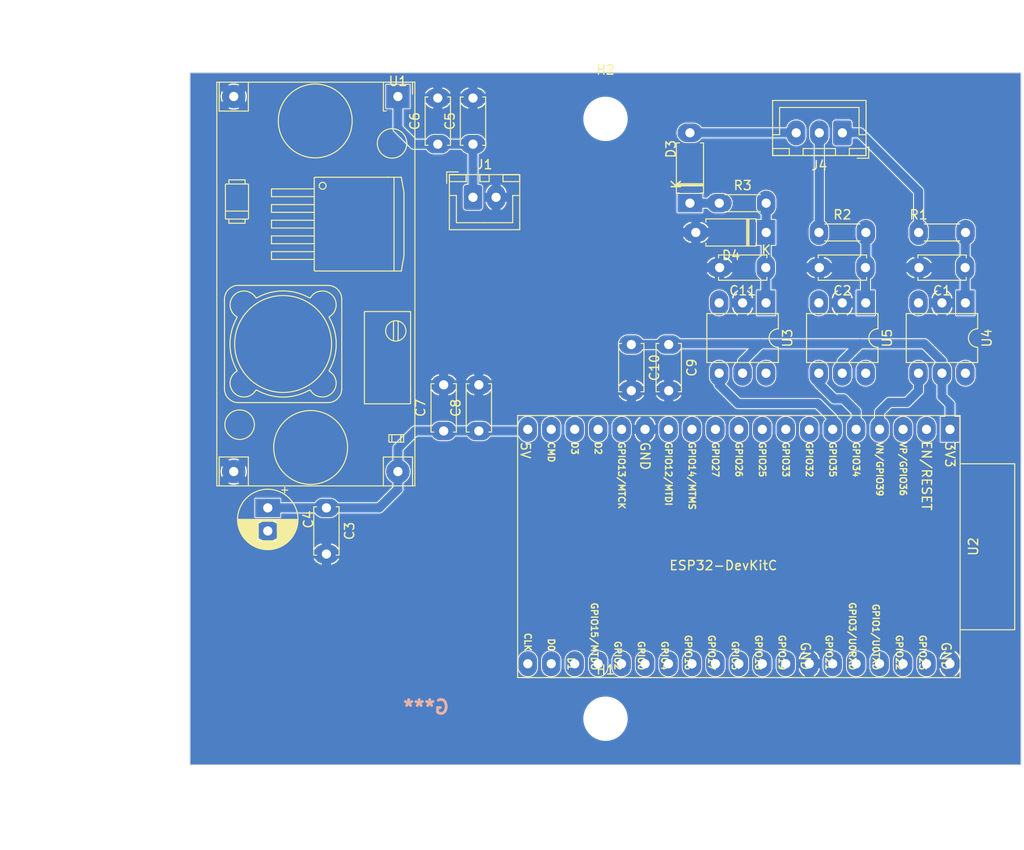
<source format=kicad_pcb>
(kicad_pcb (version 20221018) (generator pcbnew)
  (title_block (title "ECU Rear") (date "2023-08-20") (rev "v0.2") (company "Parahybaja"))
  (layers (0 "F.Cu" signal) (31 "B.Cu" signal) (34 "B.Paste" user) (35 "F.Paste" user) (36 "B.SilkS" user "B.Silkscreen") (37 "F.SilkS" user "F.Silkscreen") (38 "B.Mask" user) (39 "F.Mask" user) (44 "Edge.Cuts" user))
  (net 0 "")
  (net 1 "Net-(C1-Pad1)")
  (net 2 "GND")
  (net 3 "Net-(C2-Pad1)")
  (net 4 "+5V")
  (net 5 "Net-(D3-K)")
  (net 6 "CONN_RPM")
  (net 7 "CONN_CAPACITIVE")
  (net 8 "CONN_INDUCTIVE")
  (net 9 "Net-(D4-K)")
  (net 10 "+12V")
  (net 11 "+3V3")
  (net 14 "SIGNAL_CAPACITIVE")
  (net 15 "SIGNAL_INDUCTIVE")
  (net 16 "SIGNAL_RPM")
  (footprint "Espressif:ESP32-DevKitC" (layer "F.Cu") (at 172.30344 88.646 -90)
    (fp_text reference "U2" (at 12.700001 -2.54 90) (layer "F.SilkS"))
    (fp_text value "ESP32-DevKitC" (at 14.75 24.54) (layer "F.SilkS"))
    (fp_text user "GPIO32" (at 1.27 15.24 -90 unlocked) (layer "F.SilkS") (effects (font (size 0.7 0.7)) (justify left)))
    (fp_text user "GPIO21" (at 26.18 13.11 -90 unlocked) (layer "F.SilkS") (effects (font (size 0.7 0.7)) (justify right)))
    (fp_text user "CMD" (at 1.27 43.18 -90 unlocked) (layer "F.SilkS") (effects (font (size 0.7 0.7)) (justify left)))
    (fp_text user "GND" (at 26.18 0.41 -90 unlocked) (layer "F.SilkS") (effects (justify right)))
    (fp_text user "5V" (at 1.26632 45.97128 -90 unlocked) (layer "F.SilkS") (effects (justify left)))
    (fp_text user "GPIO25" (at 1.27 20.32 -90 unlocked) (layer "F.SilkS") (effects (font (size 0.7 0.7)) (justify left)))
    (fp_text user "GPIO2" (at 26.18 35.97 -90 unlocked) (layer "F.SilkS") (effects (font (size 0.7 0.7)) (justify right)))
    (fp_text user "GPIO19" (at 26.18 18.19 -90 unlocked) (layer "F.SilkS") (effects (font (size 0.7 0.7)) (justify right)))
    (fp_text user "GND" (at 26.18 15.65 -90 unlocked) (layer "F.SilkS") (effects (justify right)))
    (fp_text user "CLK" (at 24.13 45.72 -90 unlocked) (layer "F.SilkS") (effects (font (size 0.7 0.7)) (justify right)))
    (fp_text user "D3" (at 1.27 40.64 -90 unlocked) (layer "F.SilkS") (effects (font (size 0.7 0.7)) (justify left)))
    (fp_text user "GPIO16" (at 26.18 28.35 -90 unlocked) (layer "F.SilkS") (effects (font (size 0.7 0.7)) (justify right)))
    (fp_text user "GPIO15/MTDO" (at 26.18 38.51 -90 unlocked) (layer "F.SilkS") (effects (font (size 0.7 0.7)) (justify right)))
    (fp_text user "GPIO5" (at 26.18 23.27 -90 unlocked) (layer "F.SilkS") (effects (font (size 0.7 0.7)) (justify right)))
    (fp_text user "GPIO14/MTMS" (at 1.27 27.94 -90 unlocked) (layer "F.SilkS") (effects (font (size 0.7 0.7)) (justify left)))
    (fp_text user "GND" (at 1.27 33.02 -90 unlocked) (layer "F.SilkS") (effects (justify left)))
    (fp_text user "GPIO33" (at 1.27 17.78 -90 unlocked) (layer "F.SilkS") (effects (font (size 0.7 0.7)) (justify left)))
    (fp_text user "D1" (at 26.18 41.05 -90 unlocked) (layer "F.SilkS") (effects (font (size 0.7 0.7)) (justify right)))
    (fp_text user "D2" (at 1.27 38.1 -90 unlocked) (layer "F.SilkS") (effects (font (size 0.7 0.7)) (justify left)))
    (fp_text user "GPIO17" (at 26.18 25.81 -90 unlocked) (layer "F.SilkS") (effects (font (size 0.7 0.7)) (justify right)))
    (fp_text user "GPIO0" (at 26.18 33.43 -90 unlocked) (layer "F.SilkS") (effects (font (size 0.7 0.7)) (justify right)))
    (fp_text user "GPIO4" (at 26.18 30.89 -90 unlocked) (layer "F.SilkS") (effects (font (size 0.7 0.7)) (justify right)))
    (fp_text user "GPIO1/U0TXD" (at 26.18 8.03 -90 unlocked) (layer "F.SilkS") (effects (font (size 0.7 0.7)) (justify right)))
    (fp_text user "GPIO27" (at 1.27 25.4 -90 unlocked) (layer "F.SilkS") (effects (font (size 0.7 0.7)) (justify left)))
    (fp_text user "GPIO12/MTDI" (at 1.27 30.48 -90 unlocked) (layer "F.SilkS") (effects (font (size 0.7 0.7)) (justify left)))
    (fp_text user "GPIO26" (at 1.27 22.86 -90 unlocked) (layer "F.SilkS") (effects (font (size 0.7 0.7)) (justify left)))
    (fp_text user "VN/GPIO39" (at 1.27 7.62 -90 unlocked) (layer "F.SilkS") (effects (font (size 0.7 0.7)) (justify left)))
    (fp_text user "EN/RESET" (at 8.88632 2.53728 -90 unlocked) (layer "F.SilkS") (effects (justify right)))
    (fp_text user "VP/GPIO36" (at 1.27 5.08 -90 unlocked) (layer "F.SilkS") (effects (font (size 0.7 0.7)) (justify left)))
    (fp_text user "3V3" (at 1.27 0 -90 unlocked) (layer "F.SilkS") (effects (justify left)))
    (fp_text user "D0" (at 24.13 43.18 -90 unlocked) (layer "F.SilkS") (effects (font (size 0.7 0.7)) (justify right)))
    (fp_text user "GPIO35" (at 1.27 12.7 -90 unlocked) (layer "F.SilkS") (effects (font (size 0.7 0.7)) (justify left)))
    (fp_text user "GPIO22" (at 26.18 5.49 -90 unlocked) (layer "F.SilkS") (effects (font (size 0.7 0.7)) (justify right)))
    (fp_text user "GPIO13/MTCK" (at 1.27 35.56 -90 unlocked) (layer "F.SilkS") (effects (font (size 0.7 0.7)) (justify left)))
    (fp_text user "GPIO34" (at 1.27 10.16 -90 unlocked) (layer "F.SilkS") (effects (font (size 0.7 0.7)) (justify left)))
    (fp_text user "GPIO18" (at 26.18 20.73 -90 unlocked) (layer "F.SilkS") (effects (font (size 0.7 0.7)) (justify right)))
    (fp_text user "GPIO23" (at 26.18 2.95 -90 unlocked) (layer "F.SilkS") (effects (font (size 0.7 0.7)) (justify right)))
    (fp_text user "GPIO3/U0RXD" (at 26.18 10.57 -90 unlocked) (layer "F.SilkS") (effects (font (size 0.7 0.7)) (justify right)))
    (pad "1" thru_hole rect (at 0 0 180) (size 2 2.7) (drill 1) (layers "*.Cu" "*.Mask") (net 11 "+3V3"))
    (pad "2" thru_hole oval (at 0 2.54 180) (size 2 2.7) (drill 1) (layers "*.Cu" "*.Mask"))
    (pad "3" thru_hole oval (at 0 5.08 180) (size 2 2.7) (drill 1) (layers "*.Cu" "*.Mask"))
    (pad "4" thru_hole oval (at 0 7.62 180) (size 2 2.7) (drill 1) (layers "*.Cu" "*.Mask") (net 14 "SIGNAL_CAPACITIVE"))
    (pad "5" thru_hole oval (at 0 10.16 180) (size 2 2.7) (drill 1) (layers "*.Cu" "*.Mask") (net 15 "SIGNAL_INDUCTIVE"))
    (pad "6" thru_hole oval (at 0 12.7 180) (size 2 2.7) (drill 1) (layers "*.Cu" "*.Mask") (net 16 "SIGNAL_RPM"))
    (pad "7" thru_hole oval (at 0 15.24 180) (size 2 2.7) (drill 1) (layers "*.Cu" "*.Mask"))
    (pad "8" thru_hole oval (at 0 17.78 180) (size 2 2.7) (drill 1) (layers "*.Cu" "*.Mask"))
    (pad "9" thru_hole oval (at 0 20.32 180) (size 2 2.7) (drill 1) (layers "*.Cu" "*.Mask"))
    (pad "10" thru_hole oval (at 0 22.86 180) (size 2 2.7) (drill 1) (layers "*.Cu" "*.Mask"))
    (pad "11" thru_hole oval (at 0 25.4 180) (size 2 2.7) (drill 1) (layers "*.Cu" "*.Mask"))
    (pad "12" thru_hole oval (at 0 27.94 180) (size 2 2.7) (drill 1) (layers "*.Cu" "*.Mask"))
    (pad "13" thru_hole oval (at 0 30.48 180) (size 2 2.7) (drill 1) (layers "*.Cu" "*.Mask"))
    (pad "14" thru_hole oval (at 0 33.02 180) (size 2 2.7) (drill 1) (layers "*.Cu" "*.Mask") (net 2 "GND"))
    (pad "15" thru_hole oval (at 0 35.56 180) (size 2 2.7) (drill 1) (layers "*.Cu" "*.Mask"))
    (pad "16" thru_hole oval (at 0 38.1 180) (size 2 2.7) (drill 1) (layers "*.Cu" "*.Mask"))
    (pad "17" thru_hole oval (at 0 40.64 180) (size 2 2.7) (drill 1) (layers "*.Cu" "*.Mask"))
    (pad "18" thru_hole oval (at 0 43.18 180) (size 2 2.7) (drill 1) (layers "*.Cu" "*.Mask"))
    (pad "19" thru_hole oval (at 0 45.72 180) (size 2 2.7) (drill 1) (layers "*.Cu" "*.Mask") (net 4 "+5V"))
    (pad "20" thru_hole oval (at 25.39632 45.71728 180) (size 2 2.7) (drill 1) (layers "*.Cu" "*.Mask"))
    (pad "21" thru_hole oval (at 25.39632 43.17728 180) (size 2 2.7) (drill 1) (layers "*.Cu" "*.Mask"))
    (pad "22" thru_hole oval (at 25.4 40.64 180) (size 2 2.7) (drill 1) (layers "*.Cu" "*.Mask"))
    (pad "23" thru_hole oval (at 25.4 38.1 180) (size 2 2.7) (drill 1) (layers "*.Cu" "*.Mask"))
    (pad "24" thru_hole oval (at 25.4 35.56 180) (size 2 2.7) (drill 1) (layers "*.Cu" "*.Mask"))
    (pad "25" thru_hole oval (at 25.4 33.02 180) (size 2 2.7) (drill 1) (layers "*.Cu" "*.Mask"))
    (pad "26" thru_hole oval (at 25.4 30.48 180) (size 2 2.7) (drill 1) (layers "*.Cu" "*.Mask"))
    (pad "27" thru_hole oval (at 25.4 27.94 180) (size 2 2.7) (drill 1) (layers "*.Cu" "*.Mask"))
    (pad "28" thru_hole oval (at 25.4 25.4 180) (size 2 2.7) (drill 1) (layers "*.Cu" "*.Mask"))
    (pad "29" thru_hole oval (at 25.4 22.86 180) (size 2 2.7) (drill 1) (layers "*.Cu" "*.Mask"))
    (pad "30" thru_hole oval (at 25.4 20.32 180) (size 2 2.7) (drill 1) (layers "*.Cu" "*.Mask"))
    (pad "31" thru_hole oval (at 25.4 17.78 180) (size 2 2.7) (drill 1) (layers "*.Cu" "*.Mask"))
    (pad "32" thru_hole oval (at 25.4 15.24 180) (size 2 2.7) (drill 1) (layers "*.Cu" "*.Mask") (net 2 "GND"))
    (pad "33" thru_hole oval (at 25.4 12.7 180) (size 2 2.7) (drill 1) (layers "*.Cu" "*.Mask"))
    (pad "34" thru_hole oval (at 25.4 10.16 180) (size 2 2.7) (drill 1) (layers "*.Cu" "*.Mask"))
    (pad "35" thru_hole oval (at 25.4 7.62 180) (size 2 2.7) (drill 1) (layers "*.Cu" "*.Mask"))
    (pad "36" thru_hole oval (at 25.4 5.08 180) (size 2 2.7) (drill 1) (layers "*.Cu" "*.Mask"))
    (pad "37" thru_hole oval (at 25.4 2.54 180) (size 2 2.7) (drill 1) (layers "*.Cu" "*.Mask"))
    (pad "38" thru_hole oval (at 25.4 0 180) (size 2 2.7) (drill 1) (layers "*.Cu" "*.Mask") (net 2 "GND"))
  )
  (footprint "Capacitor_THT:C_Disc_D5.0mm_W2.5mm_P5.00mm" (layer "F.Cu") (at 141.845 79.455 -90)
    (fp_text reference "C9" (at 2.5 -2.5 90) (layer "F.SilkS"))
    (fp_text value "100nF")
    (pad "1" thru_hole oval (at 0 0 270) (size 2 2.7) (drill 1) (layers "*.Cu" "*.Mask") (net 11 "+3V3"))
    (pad "2" thru_hole oval (at 5 0 270) (size 2 2.7) (drill 1) (layers "*.Cu" "*.Mask") (net 2 "GND"))
  )
  (footprint "Capacitor_THT:C_Disc_D5.0mm_W2.5mm_P5.00mm" (layer "F.Cu") (at 121.285 88.82 90)
    (fp_text reference "C8" (at 2.5 -2.5 90) (layer "F.SilkS"))
    (fp_text value "10nF")
    (pad "1" thru_hole oval (at 0 0 90) (size 2 2.7) (drill 1) (layers "*.Cu" "*.Mask") (net 4 "+5V"))
    (pad "2" thru_hole oval (at 5 0 90) (size 2 2.7) (drill 1) (layers "*.Cu" "*.Mask") (net 2 "GND"))
  )
  (footprint "Connector_JST:JST_XH_B2B-XH-A_1x02_P2.50mm_Vertical" (layer "F.Cu") (at 120.65 63.5)
    (fp_text reference "J1" (at 1.25 -3.55) (layer "F.SilkS"))
    (fp_text value "Conn_PWR_IN")
    (pad "1" thru_hole roundrect (at 0 0) (size 2 2.7) (drill 1) (layers "*.Cu" "*.Mask") (roundrect_rratio 0.147059) (net 10 "+12V"))
    (pad "2" thru_hole oval (at 2.5 0) (size 2 2.7) (drill 1) (layers "*.Cu" "*.Mask") (net 2 "GND"))
  )
  (footprint "MountingHole:MountingHole_4.3mm_M4" (layer "F.Cu") (at 135 55)
    (fp_text reference "H2" (at 0 -5.3) (layer "F.SilkS"))
    (fp_text value "MountingHole")
    (pad "" np_thru_hole circle locked (at 0 0) (size 4.3 4.3) (drill 4.3) (layers "*.Cu" "*.Mask"))
  )
  (footprint "Package_DIP:DIP-6_W7.62mm" (layer "F.Cu") (at 173.975 74.94 -90)
    (fp_text reference "U4" (at 3.81 -2.33 90) (layer "F.SilkS"))
    (fp_text value "4N25")
    (pad "1" thru_hole rect (at 0 0 270) (size 2.7 2) (drill 1) (layers "*.Cu" "*.Mask") (net 1 "Net-(C1-Pad1)"))
    (pad "2" thru_hole oval (at 0 2.54 270) (size 2.7 2) (drill 1) (layers "*.Cu" "*.Mask") (net 2 "GND"))
    (pad "3" thru_hole oval (at 0 5.08 270) (size 2.7 2) (drill 1) (layers "*.Cu" "*.Mask"))
    (pad "4" thru_hole oval (at 7.62 5.08 270) (size 2.7 2) (drill 1) (layers "*.Cu" "*.Mask") (net 14 "SIGNAL_CAPACITIVE"))
    (pad "5" thru_hole oval (at 7.62 2.54 270) (size 2.7 2) (drill 1) (layers "*.Cu" "*.Mask") (net 11 "+3V3"))
    (pad "6" thru_hole oval (at 7.62 0 270) (size 2.7 2) (drill 1) (layers "*.Cu" "*.Mask"))
  )
  (footprint "Capacitor_THT:C_Disc_D5.0mm_W2.5mm_P5.00mm" (layer "F.Cu") (at 173.95 71.12 180)
    (fp_text reference "C1" (at 2.5 -2.5) (layer "F.SilkS"))
    (fp_text value "15nF")
    (pad "1" thru_hole oval (at 0 0 180) (size 2 2.7) (drill 1) (layers "*.Cu" "*.Mask") (net 1 "Net-(C1-Pad1)"))
    (pad "2" thru_hole oval (at 5 0 180) (size 2.7 2) (drill 1) (layers "*.Cu" "*.Mask") (net 2 "GND"))
  )
  (footprint "Capacitor_THT:C_Disc_D5.0mm_W2.5mm_P5.00mm" (layer "F.Cu") (at 120.65 57.745 90)
    (fp_text reference "C5" (at 2.5 -2.5 90) (layer "F.SilkS"))
    (fp_text value "100nF")
    (pad "1" thru_hole oval (at 0 0 90) (size 2 2.7) (drill 1) (layers "*.Cu" "*.Mask") (net 10 "+12V"))
    (pad "2" thru_hole oval (at 5 0 90) (size 2 2.7) (drill 1) (layers "*.Cu" "*.Mask") (net 2 "GND"))
  )
  (footprint "Capacitor_THT:C_Disc_D5.0mm_W2.5mm_P5.00mm" (layer "F.Cu") (at 137.795 79.455 -90)
    (fp_text reference "C10" (at 2.5 -2.5 90) (layer "F.SilkS"))
    (fp_text value "10nF")
    (pad "1" thru_hole oval (at 0 0 270) (size 2 2.7) (drill 1) (layers "*.Cu" "*.Mask") (net 11 "+3V3"))
    (pad "2" thru_hole oval (at 5 0 270) (size 2 2.7) (drill 1) (layers "*.Cu" "*.Mask") (net 2 "GND"))
  )
  (footprint "Resistor_THT:R_Axial_DIN0204_L3.6mm_D1.6mm_P5.08mm_Horizontal" (layer "F.Cu") (at 158.115 67.31)
    (fp_text reference "R2" (at 2.54 -1.92) (layer "F.SilkS"))
    (fp_text value "200K")
    (pad "1" thru_hole oval (at 0 0) (size 2 2.7) (drill 1) (layers "*.Cu" "*.Mask") (net 8 "CONN_INDUCTIVE"))
    (pad "2" thru_hole oval (at 5.08 0) (size 2 2.7) (drill 1) (layers "*.Cu" "*.Mask") (net 3 "Net-(C2-Pad1)"))
  )
  (footprint "Capacitor_THT:C_Disc_D5.0mm_W2.5mm_P5.00mm" (layer "F.Cu") (at 117.475 88.82 90)
    (fp_text reference "C7" (at 2.5 -2.5 90) (layer "F.SilkS"))
    (fp_text value "100nF")
    (pad "1" thru_hole oval (at 0 0 90) (size 2 2.7) (drill 1) (layers "*.Cu" "*.Mask") (net 4 "+5V"))
    (pad "2" thru_hole oval (at 5 0 90) (size 2 2.7) (drill 1) (layers "*.Cu" "*.Mask") (net 2 "GND"))
  )
  (footprint "Diode_THT:D_A-405_P7.62mm_Horizontal" (layer "F.Cu") (at 152.4 67.31 180)
    (fp_text reference "D4" (at 3.81 -2.47) (layer "F.SilkS"))
    (fp_text value "ZENER 3V3")
    (fp_text user "K" (at 0 -1.9) (layer "F.SilkS"))
    (pad "1" thru_hole rect (at 0 0 180) (size 2 2.7) (drill 1) (layers "*.Cu" "*.Mask") (net 9 "Net-(D4-K)"))
    (pad "2" thru_hole oval (at 7.62 0 180) (size 2.7 2) (drill 1) (layers "*.Cu" "*.Mask") (net 2 "GND"))
  )
  (footprint "Capacitor_THT:C_Disc_D5.0mm_W2.5mm_P5.00mm" (layer "F.Cu") (at 152.36 71.12 180)
    (fp_text reference "C11" (at 2.5 -2.5) (layer "F.SilkS"))
    (fp_text value "15nF")
    (pad "1" thru_hole oval (at 0 0 180) (size 2 2.7) (drill 1) (layers "*.Cu" "*.Mask") (net 9 "Net-(D4-K)"))
    (pad "2" thru_hole oval (at 5 0 180) (size 2.7 2) (drill 1) (layers "*.Cu" "*.Mask") (net 2 "GND"))
  )
  (footprint "Capacitor_THT:C_Disc_D5.0mm_W2.5mm_P5.00mm" (layer "F.Cu") (at 104.775 97.155 -90)
    (fp_text reference "C3" (at 2.5 -2.5 90) (layer "F.SilkS"))
    (fp_text value "100nF")
    (pad "1" thru_hole oval (at 0 0 270) (size 2 2.7) (drill 1) (layers "*.Cu" "*.Mask") (net 4 "+5V"))
    (pad "2" thru_hole oval (at 5 0 270) (size 2 2.7) (drill 1) (layers "*.Cu" "*.Mask") (net 2 "GND"))
  )
  (footprint "Diode_THT:D_A-405_P7.62mm_Horizontal" (layer "F.Cu") (at 144.145 64.135 90)
    (fp_text reference "D3" (at 5.86 -2.06 90) (layer "F.SilkS"))
    (fp_text value "1N4007")
    (fp_text user "K" (at 2.05 -1.49 90) (layer "F.SilkS"))
    (pad "1" thru_hole rect (at 0 0 90) (size 2 2.7) (drill 1) (layers "*.Cu" "*.Mask") (net 5 "Net-(D3-K)"))
    (pad "2" thru_hole oval (at 7.62 0 90) (size 2 2.7) (drill 1) (layers "*.Cu" "*.Mask") (net 6 "CONN_RPM"))
  )
  (footprint "Package_DIP:DIP-6_W7.62mm" (layer "F.Cu") (at 163.18 74.94 -90)
    (fp_text reference "U5" (at 3.81 -2.33 90) (layer "F.SilkS"))
    (fp_text value "4N25")
    (pad "1" thru_hole rect (at 0 0 270) (size 2.7 2) (drill 1) (layers "*.Cu" "*.Mask") (net 3 "Net-(C2-Pad1)"))
    (pad "2" thru_hole oval (at 0 2.54 270) (size 2.7 2) (drill 1) (layers "*.Cu" "*.Mask") (net 2 "GND"))
    (pad "3" thru_hole oval (at 0 5.08 270) (size 2.7 2) (drill 1) (layers "*.Cu" "*.Mask"))
    (pad "4" thru_hole oval (at 7.62 5.08 270) (size 2.7 2) (drill 1) (layers "*.Cu" "*.Mask") (net 15 "SIGNAL_INDUCTIVE"))
    (pad "5" thru_hole oval (at 7.62 2.54 270) (size 2.7 2) (drill 1) (layers "*.Cu" "*.Mask") (net 11 "+3V3"))
    (pad "6" thru_hole oval (at 7.62 0 270) (size 2.7 2) (drill 1) (layers "*.Cu" "*.Mask"))
  )
  (footprint "MountingHole:MountingHole_4.3mm_M4" (layer "F.Cu") (at 135 120)
    (fp_text reference "H1" (at 0 -5.3) (layer "F.SilkS"))
    (fp_text value "MountingHole")
    (pad "" np_thru_hole circle locked (at 0 0) (size 4.3 4.3) (drill 4.3) (layers "*.Cu" "*.Mask"))
  )
  (footprint "Resistor_THT:R_Axial_DIN0204_L3.6mm_D1.6mm_P5.08mm_Horizontal" (layer "F.Cu") (at 168.91 67.31)
    (fp_text reference "R1" (at 0 -1.92) (layer "F.SilkS"))
    (fp_text value "200k")
    (pad "1" thru_hole oval (at 0 0) (size 2 2.7) (drill 1) (layers "*.Cu" "*.Mask") (net 7 "CONN_CAPACITIVE"))
    (pad "2" thru_hole oval (at 5.08 0) (size 2 2.7) (drill 1) (layers "*.Cu" "*.Mask") (net 1 "Net-(C1-Pad1)"))
  )
  (footprint "Capacitor_THT:C_Disc_D5.0mm_W2.5mm_P5.00mm" (layer "F.Cu") (at 116.84 57.745 90)
    (fp_text reference "C6" (at 2.5 -2.5 90) (layer "F.SilkS"))
    (fp_text value "10nF")
    (pad "1" thru_hole oval (at 0 0 90) (size 2 2.7) (drill 1) (layers "*.Cu" "*.Mask") (net 10 "+12V"))
    (pad "2" thru_hole oval (at 5 0 90) (size 2 2.7) (drill 1) (layers "*.Cu" "*.Mask") (net 2 "GND"))
  )
  (footprint "Resistor_THT:R_Axial_DIN0204_L3.6mm_D1.6mm_P5.08mm_Horizontal" (layer "F.Cu") (at 147.32 64.135)
    (fp_text reference "R3" (at 2.54 -1.92) (layer "F.SilkS"))
    (fp_text value "59k")
    (pad "1" thru_hole oval (at 0 0) (size 2.7 2) (drill 1) (layers "*.Cu" "*.Mask") (net 5 "Net-(D3-K)"))
    (pad "2" thru_hole oval (at 5.08 0) (size 2 2.7) (drill 1) (layers "*.Cu" "*.Mask") (net 9 "Net-(D4-K)"))
  )
  (footprint "Capacitor_THT:CP_Radial_D6.3mm_P2.50mm" (layer "F.Cu") (at 98.425 97.155 -90)
    (fp_text reference "C4" (at 1.25 -4.4 -90) (layer "F.SilkS"))
    (fp_text value "470uF")
    (pad "1" thru_hole rect (at 0 0 270) (size 2 2.7) (drill 1) (layers "*.Cu" "*.Mask") (net 4 "+5V"))
    (pad "2" thru_hole oval (at 2.5 0 270) (size 2 2.7) (drill 1) (layers "*.Cu" "*.Mask") (net 2 "GND"))
  )
  (footprint "Package_DIP:DIP-6_W7.62mm" (layer "F.Cu") (at 152.385 74.94 -90)
    (fp_text reference "U3" (at 3.81 -2.33 90) (layer "F.SilkS"))
    (fp_text value "4N25")
    (pad "1" thru_hole rect (at 0 0 270) (size 2.7 2) (drill 1) (layers "*.Cu" "*.Mask") (net 9 "Net-(D4-K)"))
    (pad "2" thru_hole oval (at 0 2.54 270) (size 2.7 2) (drill 1) (layers "*.Cu" "*.Mask") (net 2 "GND"))
    (pad "3" thru_hole oval (at 0 5.08 270) (size 2.7 2) (drill 1) (layers "*.Cu" "*.Mask"))
    (pad "4" thru_hole oval (at 7.62 5.08 270) (size 2.7 2) (drill 1) (layers "*.Cu" "*.Mask") (net 16 "SIGNAL_RPM"))
    (pad "5" thru_hole oval (at 7.62 2.54 270) (size 2.7 2) (drill 1) (layers "*.Cu" "*.Mask") (net 11 "+3V3"))
    (pad "6" thru_hole oval (at 7.62 0 270) (size 2.7 2) (drill 1) (layers "*.Cu" "*.Mask"))
  )
  (footprint "StepDown:StepDown_LM2596" (layer "F.Cu") (at 112.522 52.578 -90)
    (fp_text reference "U1" (at -1.651 0) (layer "F.SilkS"))
    (fp_text value "Step_down buck")
    (pad "1" thru_hole rect (at 0 0 270) (size 2.54 2.54) (drill 1) (layers "*.Cu" "*.Mask") (net 10 "+12V"))
    (pad "2" thru_hole circle (at 0 17.78 270) (size 2.54 2.54) (drill 1) (layers "*.Cu" "*.Mask") (net 2 "GND"))
    (pad "3" thru_hole circle (at 40.64 17.78 270) (size 2.54 2.54) (drill 1) (layers "*.Cu" "*.Mask") (net 2 "GND"))
    (pad "4" thru_hole circle (at 40.64 0 270) (size 2.54 2.54) (drill 1) (layers "*.Cu" "*.Mask") (net 4 "+5V"))
  )
  (footprint "Capacitor_THT:C_Disc_D5.0mm_W2.5mm_P5.00mm" (layer "F.Cu") (at 163.155 71.12 180)
    (fp_text reference "C2" (at 2.5 -2.5) (layer "F.SilkS"))
    (fp_text value "15nF")
    (pad "1" thru_hole oval (at 0 0 180) (size 2 2.7) (drill 1) (layers "*.Cu" "*.Mask") (net 3 "Net-(C2-Pad1)"))
    (pad "2" thru_hole oval (at 5 0 180) (size 2.7 2) (drill 1) (layers "*.Cu" "*.Mask") (net 2 "GND"))
  )
  (footprint "Connector_JST:JST_XH_B3B-XH-A_1x03_P2.50mm_Vertical" (layer "F.Cu") (at 160.655 56.515 180)
    (fp_text reference "J4" (at 2.5 -3.55) (layer "F.SilkS"))
    (fp_text value "Conn_SENSORS")
    (pad "1" thru_hole roundrect (at 0 0 180) (size 2 2.7) (drill 1) (layers "*.Cu" "*.Mask") (roundrect_rratio 0.147059) (net 7 "CONN_CAPACITIVE"))
    (pad "2" thru_hole oval (at 2.5 0 180) (size 2 2.7) (drill 1) (layers "*.Cu" "*.Mask") (net 8 "CONN_INDUCTIVE"))
    (pad "3" thru_hole oval (at 5 0 180) (size 2 2.7) (drill 1) (layers "*.Cu" "*.Mask") (net 6 "CONN_RPM"))
  )
  (footprint "LOGO" (layer "B.Cu") (at 111.125 111.125 180)
    (fp_text reference "G***" (at -4.445 -7.62) (layer "B.SilkS") (effects (font (size 1.5 1.5) (thickness 0.3)) (justify mirror)))
    (fp_text value "LOGO" hide)
  )
  (gr_rect locked (start 90 50) (end 180 125) (stroke (width 0.1)) (fill none) (layer "Edge.Cuts"))
  (segment (start 173.95 74.915) (end 173.975 74.94) (width 1) (layer "B.Cu") (net 1))
  (segment (start 173.95 67.35) (end 173.99 67.31) (width 1) (layer "B.Cu") (net 1))
  (segment (start 173.95 71.12) (end 173.95 74.915) (width 1) (layer "B.Cu") (net 1))
  (segment (start 173.95 71.12) (end 173.95 67.35) (width 1) (layer "B.Cu") (net 1))
  (segment (start 163.155 74.915) (end 163.18 74.94) (width 1) (layer "B.Cu") (net 3))
  (segment (start 163.195 67.31) (end 163.195 71.08) (width 1) (layer "B.Cu") (net 3))
  (segment (start 163.155 71.12) (end 163.155 74.915) (width 1) (layer "B.Cu") (net 3))
  (segment (start 163.195 71.08) (end 163.155 71.12) (width 1) (layer "B.Cu") (net 3))
  (segment (start 121.285 88.82) (end 126.40944 88.82) (width 1) (layer "B.Cu") (net 4))
  (segment (start 104.775 97.155) (end 110.49 97.155) (width 1) (layer "B.Cu") (net 4))
  (segment (start 98.425 97.155) (end 104.775 97.155) (width 1) (layer "B.Cu") (net 4))
  (segment (start 112.522 95.123) (end 112.522 93.218) (width 1) (layer "B.Cu") (net 4))
  (segment (start 112.522 90.678) (end 112.522 93.218) (width 1) (layer "B.Cu") (net 4))
  (segment (start 117.475 88.82) (end 114.38 88.82) (width 1) (layer "B.Cu") (net 4))
  (segment (start 114.38 88.82) (end 112.522 90.678) (width 1) (layer "B.Cu") (net 4))
  (segment (start 121.285 88.82) (end 117.475 88.82) (width 1) (layer "B.Cu") (net 4))
  (segment (start 126.40944 88.82) (end 126.58344 88.646) (width 1) (layer "B.Cu") (net 4))
  (segment (start 110.49 97.155) (end 112.522 95.123) (width 1) (layer "B.Cu") (net 4))
  (segment (start 144.145 64.135) (end 147.32 64.135) (width 1) (layer "B.Cu") (net 5))
  (segment (start 144.145 56.515) (end 155.655 56.515) (width 1) (layer "B.Cu") (net 6))
  (segment (start 160.655 56.515) (end 162.56 56.515) (width 1) (layer "B.Cu") (net 7))
  (segment (start 162.56 56.515) (end 168.91 62.865) (width 1) (layer "B.Cu") (net 7))
  (segment (start 168.91 62.865) (end 168.91 67.31) (width 1) (layer "B.Cu") (net 7))
  (segment (start 158.155 67.27) (end 158.115 67.31) (width 1) (layer "B.Cu") (net 8))
  (segment (start 158.1 67.295) (end 158.115 67.31) (width 1) (layer "B.Cu") (net 8))
  (segment (start 158.155 56.515) (end 158.155 67.27) (width 1) (layer "B.Cu") (net 8))
  (segment (start 152.36 74.915) (end 152.385 74.94) (width 1) (layer "B.Cu") (net 9))
  (segment (start 152.4 64.135) (end 152.4 67.31) (width 1) (layer "B.Cu") (net 9))
  (segment (start 152.4 67.31) (end 152.4 71.08) (width 1) (layer "B.Cu") (net 9))
  (segment (start 152.4 71.08) (end 152.36 71.12) (width 1) (layer "B.Cu") (net 9))
  (segment (start 152.36 71.12) (end 152.36 74.915) (width 1) (layer "B.Cu") (net 9))
  (segment (start 120.65 63.5) (end 120.65 57.745) (width 1) (layer "B.Cu") (net 10))
  (segment (start 120.65 57.745) (end 116.84 57.745) (width 1) (layer "B.Cu") (net 10))
  (segment (start 114.26 57.745) (end 112.522 56.007) (width 1) (layer "B.Cu") (net 10))
  (segment (start 112.522 56.007) (end 112.522 52.578) (width 1) (layer "B.Cu") (net 10))
  (segment (start 120.57 57.625) (end 120.65 57.705) (width 1) (layer "B.Cu") (net 10))
  (segment (start 116.84 57.745) (end 114.26 57.745) (width 1) (layer "B.Cu") (net 10))
  (segment (start 141.845 79.455) (end 141.925 79.375) (width 1) (layer "B.Cu") (net 11))
  (segment (start 141.925 79.375) (end 151.765 79.375) (width 1) (layer "B.Cu") (net 11))
  (segment (start 160.64 81.295) (end 162.56 79.375) (width 1) (layer "B.Cu") (net 11))
  (segment (start 172.30344 88.646) (end 172.30344 85.94344) (width 1) (layer "B.Cu") (net 11))
  (segment (start 160.64 82.56) (end 160.64 81.295) (width 1) (layer "B.Cu") (net 11))
  (segment (start 171.435 85.075) (end 171.435 82.56) (width 1) (layer "B.Cu") (net 11))
  (segment (start 151.765 79.375) (end 149.845 81.295) (width 1) (layer "B.Cu") (net 11))
  (segment (start 137.795 79.455) (end 141.845 79.455) (width 1) (layer "B.Cu") (net 11))
  (segment (start 172.30344 85.94344) (end 171.435 85.075) (width 1) (layer "B.Cu") (net 11))
  (segment (start 171.435 81.295) (end 171.45 81.28) (width 1) (layer "B.Cu") (net 11))
  (segment (start 162.56 79.375) (end 151.765 79.375) (width 1) (layer "B.Cu") (net 11))
  (segment (start 171.45 81.28) (end 169.545 79.375) (width 1) (layer "B.Cu") (net 11))
  (segment (start 171.435 82.56) (end 171.435 81.295) (width 1) (layer "B.Cu") (net 11))
  (segment (start 169.545 79.375) (end 162.56 79.375) (width 1) (layer "B.Cu") (net 11))
  (segment (start 149.845 81.295) (end 149.845 82.56) (width 1) (layer "B.Cu") (net 11))
  (segment (start 165.735 85.725) (end 167.64 85.725) (width 1) (layer "B.Cu") (net 14))
  (segment (start 167.64 85.725) (end 168.895 84.47) (width 1) (layer "B.Cu") (net 14))
  (segment (start 168.895 84.47) (end 168.895 82.56) (width 1) (layer "B.Cu") (net 14))
  (segment (start 164.68344 86.77656) (end 165.735 85.725) (width 1) (layer "B.Cu") (net 14))
  (segment (start 164.68344 88.646) (end 164.68344 86.77656) (width 1) (layer "B.Cu") (net 14))
  (segment (start 162.14344 86.70544) (end 162.14344 88.646) (width 1) (layer "B.Cu") (net 15))
  (segment (start 158.1 82.56) (end 158.1 83.678) (width 1) (layer "B.Cu") (net 15))
  (segment (start 158.1 83.678) (end 159.766 85.344) (width 1) (layer "B.Cu") (net 15))
  (segment (start 159.766 85.344) (end 160.782 85.344) (width 1) (layer "B.Cu") (net 15))
  (segment (start 160.782 85.344) (end 162.14344 86.70544) (width 1) (layer "B.Cu") (net 15))
  (segment (start 157.988 85.852) (end 159.60344 87.46744) (width 1) (layer "B.Cu") (net 16))
  (segment (start 159.60344 87.46744) (end 159.60344 88.646) (width 1) (layer "B.Cu") (net 16))
  (segment (start 149.352 85.852) (end 157.988 85.852) (width 1) (layer "B.Cu") (net 16))
  (segment (start 147.305 82.56) (end 147.305 83.805) (width 1) (layer "B.Cu") (net 16))
  (segment (start 147.305 83.805) (end 149.352 85.852) (width 1) (layer "B.Cu") (net 16))
  (zone (net 2) (net_name "GND") (layer "B.Cu") (connect_pads (clearance 0.1)) (min_thickness 0.1) (fill yes (thermal_gap 0.15) (thermal_bridge_width 1))
    (polygon (pts (xy 89.535 49.53) (xy 180.34 49.53) (xy 180.34 125.73) (xy 89.535 125.73)))
  )
)
</source>
